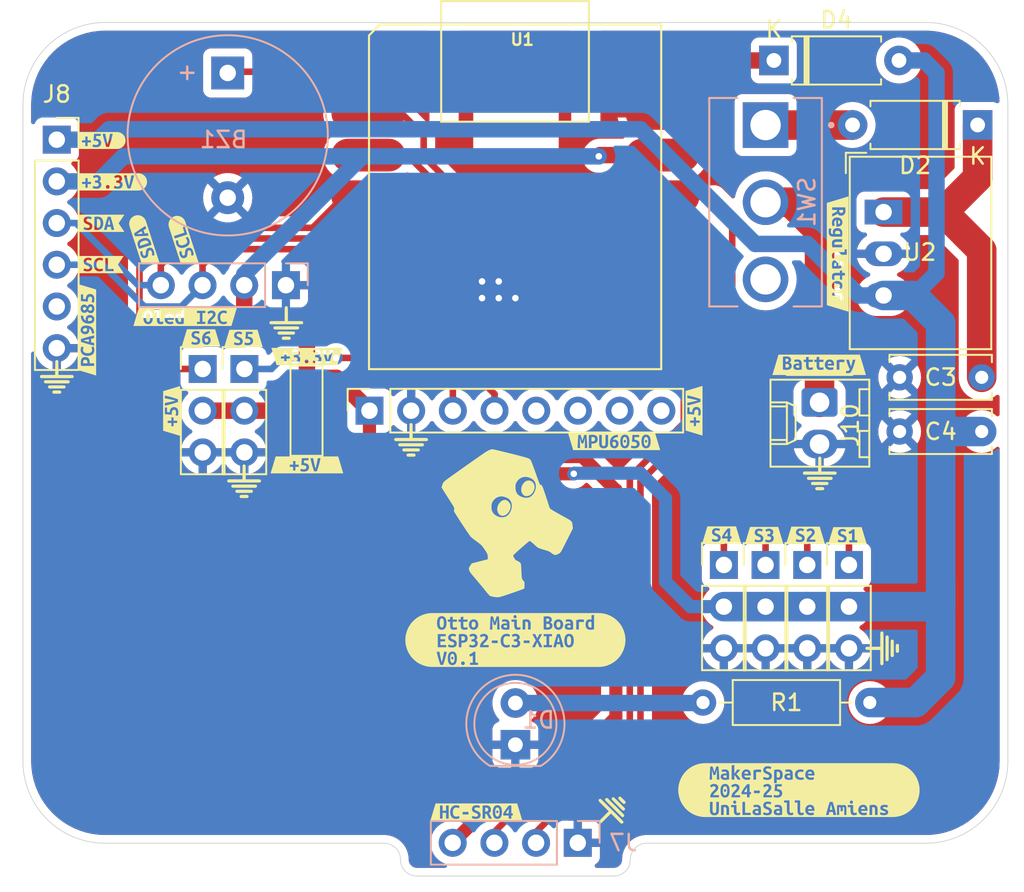
<source format=kicad_pcb>
(kicad_pcb (version 20240108) (generator "pcbnew") (generator_version "8.0")
  (layers (0 "F.Cu" signal "Front") (31 "B.Cu" signal "Back") (34 "B.Paste" user) (35 "F.Paste" user) (36 "B.SilkS" user "B.Silkscreen") (37 "F.SilkS" user "F.Silkscreen") (38 "B.Mask" user) (39 "F.Mask" user) (44 "Edge.Cuts" user))
  (net 0 "")
  (net 1 "GND")
  (net 2 "Net-(D1-A)")
  (net 3 "+5V")
  (net 4 "Buzzer")
  (net 5 "Servo-1")
  (net 6 "Servo-2")
  (net 7 "Servo-3")
  (net 8 "Servo-4")
  (net 9 "Servo-5")
  (net 11 "+3.3V")
  (net 12 "Echo")
  (net 13 "Trig")
  (net 14 "SCL")
  (net 15 "SDA")
  (net 17 "+BATT")
  (net 19 "Net-(J5-Pin_2)")
  (net 20 "Net-(J10-Pin_1)")
  (net 21 "Net-(D2-A)")
  (net 22 "Net-(D4-K)")
  (net 23 "EN-Driver")
  (footprint "Jumper:SolderJumper-3_P2.0mm_Open_TrianglePad1.0x1.5mm_NumberLabels" (layer "F.Cu") (at 117.3 73.65 90)
    (property "Reference" "JP1" (hide yes))
    (property "Value" "SolderJumper_3_Open")
    (pad "1" smd custom (at -2 0 90) (size 0.3 0.3) (layers "F.Cu" "F.Mask") (net 3 "+5V") (options (clearance outline) (anchor rect)) (primitives (gr_poly (pts (xy 1 0) (xy 0.5 0.75) (xy -0.5 0.75) (xy -0.5 -0.75) (xy 0.5 -0.75)) (width 0) (fill yes))))
    (pad "2" smd custom (at 0 0 90) (size 0.3 0.3) (layers "F.Cu") (net 19 "Net-(J5-Pin_2)") (options (clearance outline) (anchor rect)) (primitives (gr_poly (pts (xy 0.7 0) (xy 1.2 0.75) (xy -1.2 0.75) (xy -0.7 0) (xy -1.2 -0.75) (xy 1.2 -0.75)) (width 0) (fill yes))))
    (pad "3" smd custom (at 2 0 270) (size 0.3 0.3) (layers "F.Cu" "F.Mask") (net 11 "+3.3V") (options (clearance outline) (anchor rect)) (primitives (gr_poly (pts (xy 1 0) (xy 0.5 0.75) (xy -0.5 0.75) (xy -0.5 -0.75) (xy 0.5 -0.75)) (width 0) (fill yes))))
  )
  (footprint "kibuzzard-66E45A06" (layer "F.Cu") (at 117.3 70.348)
    (property "Reference" "kibuzzard-66E45A06" (hide yes))
    (property "Value" "G***" (hide yes))
  )
  (footprint "LOGO" (layer "F.Cu") (at 102.062553 71.597801)
    (property "Reference" "G***" (hide yes))
    (property "Value" "LOGO" (hide yes))
  )
  (footprint "LOGO" (layer "F.Cu") (at 152.352 88.128 90)
    (property "Reference" "G***" (hide yes))
    (property "Value" "LOGO" (hide yes))
  )
  (footprint "kibuzzard-66E45C9B" (layer "F.Cu") (at 109.726898 63.332584 108)
    (property "Reference" "kibuzzard-66E45C9B" (hide yes))
    (property "Value" "G***" (hide yes))
  )
  (footprint "kibuzzard-66E45B85" (layer "F.Cu") (at 113.434627 69.245399)
    (property "Reference" "kibuzzard-66E45B85" (hide yes))
    (property "Value" "G***" (hide yes))
  )
  (footprint "kibuzzard-66E45BBF" (layer "F.Cu") (at 105.44779 59.713663)
    (property "Reference" "kibuzzard-66E45BBF" (hide yes))
    (property "Value" "G***" (hide yes))
  )
  (footprint "Diode_THT:D_A-405_P7.62mm_Horizontal" (layer "F.Cu") (at 158.159374 56.243651 180)
    (property "Reference" "D2" (at 3.81 -2.47 360) (layer "F.SilkS"))
    (property "Value" "D_Small")
    (fp_text user "K" (at 0 -1.9 360) (layer "F.SilkS"))
    (pad "1" thru_hole rect (at 0 0 180) (size 1.8 1.8) (drill 0.9) (layers "*.Cu" "*.Mask") (net 17 "+BATT"))
    (pad "2" thru_hole oval (at 7.62 0 180) (size 1.8 1.8) (drill 0.9) (layers "*.Cu" "*.Mask") (net 21 "Net-(D2-A)"))
  )
  (footprint "Connector_PinHeader_2.54mm:PinHeader_1x03_P2.54mm_Vertical" (layer "F.Cu") (at 113.49 71.11)
    (property "Reference" "J5" (hide yes))
    (property "Value" "Conn_01x03")
    (pad "1" thru_hole rect (at 0 0) (size 1.7 1.7) (drill 1) (layers "*.Cu" "*.Mask") (net 9 "Servo-5"))
    (pad "2" thru_hole oval (at 0 2.54) (size 1.7 1.7) (drill 1) (layers "*.Cu" "*.Mask") (net 19 "Net-(J5-Pin_2)"))
    (pad "3" thru_hole oval (at 0 5.08) (size 1.7 1.7) (drill 1) (layers "*.Cu" "*.Mask") (net 1 "GND"))
  )
  (footprint "Connector_PinSocket_2.54mm:PinSocket_1x06_P2.54mm_Vertical" (layer "F.Cu") (at 102.06 57.14)
    (property "Reference" "J8" (at 0 -2.77 0) (layer "F.SilkS"))
    (property "Value" "PCA9685")
    (pad "1" thru_hole rect (at 0 0) (size 1.7 1.7) (drill 1) (layers "*.Cu" "*.Mask") (net 3 "+5V"))
    (pad "2" thru_hole oval (at 0 2.54) (size 1.7 1.7) (drill 1) (layers "*.Cu" "*.Mask") (net 11 "+3.3V"))
    (pad "3" thru_hole oval (at 0 5.08) (size 1.7 1.7) (drill 1) (layers "*.Cu" "*.Mask") (net 15 "SDA"))
    (pad "4" thru_hole oval (at 0 7.62) (size 1.7 1.7) (drill 1) (layers "*.Cu" "*.Mask") (net 14 "SCL"))
    (pad "5" thru_hole oval (at 0 10.16) (size 1.7 1.7) (drill 1) (layers "*.Cu" "*.Mask"))
    (pad "6" thru_hole oval (at 0 12.7) (size 1.7 1.7) (drill 1) (layers "*.Cu" "*.Mask") (net 1 "GND"))
  )
  (footprint "kibuzzard-66E45B4D" (layer "F.Cu") (at 147.675637 81.238656)
    (property "Reference" "kibuzzard-66E45B4D" (hide yes))
    (property "Value" "G***" (hide yes))
  )
  (footprint "kibuzzard-66E45B34" (layer "F.Cu") (at 142.566613 81.222984)
    (property "Reference" "kibuzzard-66E45B34" (hide yes))
    (property "Value" "G***" (hide yes))
  )
  (footprint "kibuzzard-66E45AAF" (layer "F.Cu") (at 148.505841 70.85662)
    (property "Reference" "kibuzzard-66E45AAF" (hide yes))
    (property "Value" "G***" (hide yes))
  )
  (footprint "kibuzzard-66E46157" (layer "F.Cu") (at 127.621966 98.101932)
    (property "Reference" "kibuzzard-66E46157" (hide yes))
    (property "Value" "G***" (hide yes))
  )
  (footprint "Diode_THT:D_A-405_P7.62mm_Horizontal" (layer "F.Cu") (at 145.748 52.314)
    (property "Reference" "D4" (at 3.81 -2.47 0) (layer "F.SilkS"))
    (property "Value" "D_Schottky")
    (fp_text user "K" (at 0 -1.9 0) (layer "F.SilkS"))
    (pad "1" thru_hole rect (at 0 0) (size 1.8 1.8) (drill 0.9) (layers "*.Cu" "*.Mask") (net 22 "Net-(D4-K)"))
    (pad "2" thru_hole oval (at 7.62 0) (size 1.8 1.8) (drill 0.9) (layers "*.Cu" "*.Mask") (net 3 "+5V"))
  )
  (footprint "Connector_PinHeader_2.54mm:PinHeader_1x03_P2.54mm_Vertical" (layer "F.Cu") (at 142.7 83.048)
    (property "Reference" "J4" (hide yes))
    (property "Value" "Conn_01x03")
    (pad "1" thru_hole rect (at 0 0) (size 1.7 1.7) (drill 1) (layers "*.Cu" "*.Mask") (net 8 "Servo-4"))
    (pad "2" thru_hole oval (at 0 2.54) (size 1.7 1.7) (drill 1) (layers "*.Cu" "*.Mask") (net 3 "+5V"))
    (pad "3" thru_hole oval (at 0 5.08) (size 1.7 1.7) (drill 1) (layers "*.Cu" "*.Mask") (net 1 "GND"))
  )
  (footprint "Capacitor_THT:C_Disc_D6.0mm_W2.5mm_P5.00mm" (layer "F.Cu") (at 158.408 71.618 180)
    (property "Reference" "C3" (at 2.5 0 360) (layer "F.SilkS"))
    (property "Value" "C_Small")
    (pad "1" thru_hole circle (at 0 0 180) (size 1.6 1.6) (drill 0.8) (layers "*.Cu" "*.Mask") (net 17 "+BATT"))
    (pad "2" thru_hole circle (at 5 0 180) (size 1.6 1.6) (drill 0.8) (layers "*.Cu" "*.Mask") (net 1 "GND"))
  )
  (footprint "kibuzzard-66E460BA" (layer "F.Cu") (at 103.931947 68.729117 90)
    (property "Reference" "kibuzzard-66E460BA" (hide yes))
    (property "Value" "G***" (hide yes))
  )
  (footprint "Resistor_THT:R_Axial_DIN0207_L6.3mm_D2.5mm_P10.16mm_Horizontal" (layer "F.Cu") (at 151.59 91.43 180)
    (property "Reference" "R1" (at 5.08 0 0) (layer "F.SilkS"))
    (property "Value" "R_Small")
    (pad "1" thru_hole circle (at 0 0 180) (size 1.6 1.6) (drill 0.8) (layers "*.Cu" "*.Mask") (net 3 "+5V"))
    (pad "2" thru_hole oval (at 10.16 0 180) (size 1.6 1.6) (drill 0.8) (layers "*.Cu" "*.Mask") (net 2 "Net-(D1-A)"))
  )
  (footprint "kibuzzard-66E45B47" (layer "F.Cu") (at 145.152469 81.254328)
    (property "Reference" "kibuzzard-66E45B47" (hide yes))
    (property "Value" "G***" (hide yes))
  )
  (footprint "Connector_PinHeader_2.54mm:PinHeader_1x03_P2.54mm_Vertical" (layer "F.Cu") (at 110.95 71.11)
    (property "Reference" "J6" (hide yes))
    (property "Value" "Conn_01x03")
    (pad "1" thru_hole rect (at 0 0) (size 1.7 1.7) (drill 1) (layers "*.Cu" "*.Mask") (net 23 "EN-Driver"))
    (pad "2" thru_hole oval (at 0 2.54) (size 1.7 1.7) (drill 1) (layers "*.Cu" "*.Mask") (net 19 "Net-(J5-Pin_2)"))
    (pad "3" thru_hole oval (at 0 5.08) (size 1.7 1.7) (drill 1) (layers "*.Cu" "*.Mask") (net 1 "GND"))
  )
  (footprint "Connector_Molex:Molex_KK-254_AE-6410-02A_1x02_P2.54mm_Vertical" (layer "F.Cu") (at 148.528966 73.142 -90)
    (property "Reference" "J10" (at 1.387 -1.877 90) (layer "F.SilkS"))
    (property "Value" "Conn_01x02")
    (pad "1" thru_hole roundrect (at 0 0 270) (size 1.74 2.19) (drill 1.19) (layers "*.Cu" "*.Mask") (roundrect_rratio 0.143678) (net 20 "Net-(J10-Pin_1)"))
    (pad "2" thru_hole oval (at 2.54 0 270) (size 1.74 2.19) (drill 1.19) (layers "*.Cu" "*.Mask") (net 1 "GND"))
  )
  (footprint "kibuzzard-66E45B15" (layer "F.Cu") (at 109.054754 73.666074 90)
    (property "Reference" "kibuzzard-66E45B15" (hide yes))
    (property "Value" "G***" (hide yes))
  )
  (footprint "Converter_DCDC:Converter_DCDC_RECOM_R-78E-0.5_THT" (layer "F.Cu") (at 152.4305 61.551 -90)
    (property "Reference" "U2" (at 2.447 -2.2075 180) (layer "F.SilkS"))
    (property "Value" "R-78E5.0-1.0")
    (pad "1" thru_hole rect (at 0 0 270) (size 1.5 2.3) (drill 1) (layers "*.Cu" "*.Mask") (net 17 "+BATT"))
    (pad "2" thru_hole oval (at 2.54 0 270) (size 1.5 2.3) (drill 1) (layers "*.Cu" "*.Mask") (net 1 "GND"))
    (pad "3" thru_hole oval (at 5.079999 0 270) (size 1.5 2.3) (drill 1) (layers "*.Cu" "*.Mask") (net 3 "+5V"))
  )
  (footprint "kibuzzard-66E45BE1" (layer "F.Cu") (at 104.79735 62.234395)
    (property "Reference" "kibuzzard-66E45BE1" (hide yes))
    (property "Value" "G***" (hide yes))
  )
  (footprint "LOGO" (layer "F.Cu") (at 148.542 77.479916)
    (property "Reference" "G***" (hide yes))
    (property "Value" "LOGO" (hide yes))
  )
  (footprint "Connector_PinHeader_2.54mm:PinHeader_1x03_P2.54mm_Vertical" (layer "F.Cu") (at 147.78 83.048)
    (property "Reference" "J2" (hide yes))
    (property "Value" "Conn_01x03")
    (pad "1" thru_hole rect (at 0 0) (size 1.7 1.7) (drill 1) (layers "*.Cu" "*.Mask") (net 6 "Servo-2"))
    (pad "2" thru_hole oval (at 0 2.54) (size 1.7 1.7) (drill 1) (layers "*.Cu" "*.Mask") (net 3 "+5V"))
    (pad "3" thru_hole oval (at 0 5.08) (size 1.7 1.7) (drill 1) (layers "*.Cu" "*.Mask") (net 1 "GND"))
  )
  (footprint "Connector_PinHeader_2.54mm:PinHeader_1x03_P2.54mm_Vertical" (layer "F.Cu") (at 145.24 83.048)
    (property "Reference" "J3" (hide yes))
    (property "Value" "Conn_01x03")
    (pad "1" thru_hole rect (at 0 0) (size 1.7 1.7) (drill 1) (layers "*.Cu" "*.Mask") (net 7 "Servo-3"))
    (pad "2" thru_hole oval (at 0 2.54) (size 1.7 1.7) (drill 1) (layers "*.Cu" "*.Mask") (net 3 "+5V"))
    (pad "3" thru_hole oval (at 0 5.08) (size 1.7 1.7) (drill 1) (layers "*.Cu" "*.Mask") (net 1 "GND"))
  )
  (footprint "LOGO" (layer "F.Cu") (at 116.041846 68.316)
    (property "Reference" "G***" (hide yes))
    (property "Value" "LOGO" (hide yes))
  )
  (footprint "LOGO" (layer "F.Cu") (at 129.492 80.508)
    (property "Reference" "G***" (hide yes))
    (property "Value" "LOGO" (hide yes))
  )
  (footprint "Connector_PinHeader_2.54mm:PinHeader_1x03_P2.54mm_Vertical" (layer "F.Cu") (at 150.32 83.048)
    (property "Reference" "J1" (hide yes))
    (property "Value" "Conn_01x03")
    (pad "1" thru_hole rect (at 0 0) (size 1.7 1.7) (drill 1) (layers "*.Cu" "*.Mask") (net 5 "Servo-1"))
    (pad "2" thru_hole oval (at 0 2.54) (size 1.7 1.7) (drill 1) (layers "*.Cu" "*.Mask") (net 3 "+5V"))
    (pad "3" thru_hole oval (at 0 5.08) (size 1.7 1.7) (drill 1) (layers "*.Cu" "*.Mask") (net 1 "GND"))
  )
  (footprint "LOGO" (layer "F.Cu") (at 123.643834 75.435378)
    (property "Reference" "G***" (hide yes))
    (property "Value" "LOGO" (hide yes))
  )
  (footprint "kibuzzard-66E45C62" (layer "F.Cu") (at 107.334328 63.311688 108)
    (property "Reference" "kibuzzard-66E45C62" (hide yes))
    (property "Value" "G***" (hide yes))
  )
  (footprint "xiao ESP32C3_PCB:MOUDLE14P-SMD-2.54-21X17.8MM" (layer "F.Cu") (at 121.0825 71.11925)
    (property "Reference" "U1" (at 9.3345 -20.07525 0) (layer "F.SilkS") (effects (font (size 0.7 0.7))))
    (property "Value" "MOUDLE-SEEEDUINO-XIAO-ESP32C3")
    (pad "1" smd roundrect (at 0.835 -18.12) (size 4.5 2) (drill (offset -0.875 0)) (layers "F.Cu" "F.Paste" "F.Mask") (roundrect_rratio 0.5) (net 4 "Buzzer"))
    (pad "2" smd roundrect (at 0.835 -15.58) (size 4.5 2) (drill (offset -0.875 0)) (layers "F.Cu" "F.Paste" "F.Mask") (roundrect_rratio 0.5) (net 12 "Echo"))
    (pad "3" smd roundrect (at 0.835 -13.04) (size 4.5 2) (drill (offset -0.875 0)) (layers "F.Cu" "F.Paste" "F.Mask") (roundrect_rratio 0.5) (net 13 "Trig"))
    (pad "4" smd roundrect (at 0.835 -10.5) (size 4.5 2) (drill (offset -0.875 0)) (layers "F.Cu" "F.Paste" "F.Mask") (roundrect_rratio 0.5) (net 23 "EN-Driver"))
    (pad "5" smd roundrect (at 0.835 -7.96) (size 4.5 2) (drill (offset -0.875 0)) (layers "F.Cu" "F.Paste" "F.Mask") (roundrect_rratio 0.5) (net 15 "SDA"))
    (pad "6" smd roundrect (at 0.835 -5.42) (size 4.5 2) (drill (offset -0.875 0)) (layers "F.Cu" "F.Paste" "F.Mask") (roundrect_rratio 0.5) (net 14 "SCL"))
    (pad "7" smd roundrect (at 0.835 -2.88) (size 4.5 2) (drill (offset -0.875 0)) (layers "F.Cu" "F.Paste" "F.Mask") (roundrect_rratio 0.5) (net 9 "Servo-5"))
    (pad "8" smd roundrect (at 17 -2.88) (size 4.5 2) (drill (offset 0.875 0)) (layers "F.Cu" "F.Paste" "F.Mask") (roundrect_rratio 0.5) (net 8 "Servo-4"))
    (pad "9" smd roundrect (at 17 -5.42) (size 4.5 2) (drill (offset 0.875 0)) (layers "F.Cu" "F.Paste" "F.Mask") (roundrect_rratio 0.5) (net 7 "Servo-3"))
    (pad "10" smd roundrect (at 17 -7.96) (size 4.5 2) (drill (offset 0.875 0)) (layers "F.Cu" "F.Paste" "F.Mask") (roundrect_rratio 0.5) (net 6 "Servo-2"))
    (pad "11" smd roundrect (at 17 -10.5) (size 4.5 2) (drill (offset 0.875 0)) (layers "F.Cu" "F.Paste" "F.Mask") (roundrect_rratio 0.5) (net 5 "Servo-1"))
    (pad "12" smd roundrect (at 17 -13.04) (size 4.5 2) (drill (offset 0.875 0)) (layers "F.Cu" "F.Paste" "F.Mask") (roundrect_rratio 0.5) (net 11 "+3.3V"))
    (pad "13" smd roundrect (at 17 -15.58) (size 4.5 2) (drill (offset 0.875 0)) (layers "F.Cu" "F.Paste" "F.Mask") (roundrect_rratio 0.5) (net 1 "GND"))
    (pad "14" smd roundrect (at 17 -18.12) (size 4.5 2) (drill (offset 0.875 0)) (layers "F.Cu" "F.Paste" "F.Mask") (roundrect_rratio 0.5) (net 22 "Net-(D4-K)"))
    (zone (net 0) (net_name "") (layer "F.Cu") (connect_pads (clearance 0)) (min_thickness 0.01)
      (keepout (tracks not_allowed) (vias not_allowed) (pads not_allowed) (copperpour not_allowed) (footprints allowed))
      (fill (thermal_gap 0.508) (thermal_bridge_width 0.508))
      (polygon (pts (xy 124.7655 50.03725) (xy 126.5435 50.03725) (xy 126.5435 52.70425) (xy 124.7655 52.70425)))
    )
    (zone (net 0) (net_name "") (layer "F.Cu") (connect_pads (clearance 0)) (min_thickness 0.01)
      (keepout (tracks not_allowed) (vias not_allowed) (pads not_allowed) (copperpour not_allowed) (footprints allowed))
      (fill (thermal_gap 0.508) (thermal_bridge_width 0.508))
      (polygon (pts (xy 124.7655 54.10125) (xy 126.5435 54.10125) (xy 126.5435 56.76825) (xy 124.7655 56.76825)))
    )
    (zone (net 0) (net_name "") (layer "F.Cu") (connect_pads (clearance 0)) (min_thickness 0.01)
      (keepout (tracks not_allowed) (vias not_allowed) (pads not_allowed) (copperpour not_allowed) (footprints allowed))
      (fill (thermal_gap 0.508) (thermal_bridge_width 0.508))
      (polygon (pts (xy 127.4325 50.79925) (xy 132.6395 50.79925) (xy 132.6395 57.78425) (xy 127.4325 57.78425)))
    )
    (zone (net 0) (net_name "") (layer "F.Cu") (connect_pads (clearance 0)) (min_thickness 0.01)
      (keepout (tracks not_allowed) (vias not_allowed) (pads not_allowed) (copperpour not_allowed) (footprints allowed))
      (fill (thermal_gap 0.508) (thermal_bridge_width 0.508))
      (polygon (pts (xy 133.4015 50.03725) (xy 135.1795 50.03725) (xy 135.1795 52.70425) (xy 133.4015 52.70425)))
    )
    (zone (net 0) (net_name "") (layer "F.Cu") (connect_pads (clearance 0)) (min_thickness 0.01)
      (keepout (tracks not_allowed) (vias not_allowed) (pads not_allowed) (copperpour not_allowed) (footprints allowed))
      (fill (thermal_gap 0.508) (thermal_bridge_width 0.508))
      (polygon (pts (xy 133.4015 54.10125) (xy 135.1795 54.10125) (xy 135.1795 56.76825) (xy 133.4015 56.76825)))
    )
  )
  (footprint "kibuzzard-66E45BF0" (layer "F.Cu") (at 104.776454 64.748856)
    (property "Reference" "kibuzzard-66E45BF0" (hide yes))
    (property "Value" "G***" (hide yes))
  )
  (footprint "kibuzzard-66E460A4" (layer "F.Cu") (at 109.883338 67.926462)
    (property "Reference" "kibuzzard-66E460A4" (hide yes))
    (property "Value" "G***" (hide yes))
  )
  (footprint "kibuzzard-66E45BAB" (layer "F.Cu") (at 104.789572 57.190494)
    (property "Reference" "kibuzzard-66E45BAB" (hide yes))
    (property "Value" "G***" (hide yes))
  )
  (footprint "kibuzzard-6707CF99" (layer "F.Cu") (at 130 87.62)
    (property "Reference" "kibuzzard-6707CF99" (hide yes))
    (property "Value" "G***" (hide yes))
  )
  (footprint "kibuzzard-66E45A30" (layer "F.Cu") (at 117.3 76.952)
    (property "Reference" "kibuzzard-66E45A30" (hide yes))
    (property "Value" "G***" (hide yes))
  )
  (footprint "LOGO" (layer "F.Cu") (at 135.842 98.034 135)
    (property "Reference" "G***" (hide yes))
    (property "Value" "LOGO" (hide yes))
  )
  (footprint "kibuzzard-66E45B8A" (layer "F.Cu") (at 110.848771 69.214055)
    (property "Reference" "kibuzzard-66E45B8A" (hide yes))
    (property "Value" "G***" (hide yes))
  )
  (footprint "kibuzzard-66E460D9" (layer "F.Cu") (at 136.013689 75.525884)
    (property "Reference" "kibuzzard-66E460D9" (hide yes))
    (property "Value" "G***" (hide yes))
  )
  (footprint "Connector_PinSocket_2.54mm:PinSocket_1x08_P2.54mm_Vertical" (layer "F.Cu") (at 121.109999 73.65 90)
    (property "Reference" "J13" (hide yes))
    (property "Value" "MPU6050")
    (pad "1" thru_hole rect (at 0 0 90) (size 1.7 1.7) (drill 1) (layers "*.Cu" "*.Mask") (net 11 "+3.3V"))
    (pad "2" thru_hole oval (at 0 2.54 90) (size 1.7 1.7) (drill 1) (layers "*.Cu" "*.Mask") (net 1 "GND"))
    (pad "3" thru_hole oval (at 0 5.079999 90) (size 1.7 1.7) (drill 1) (layers "*.Cu" "*.Mask") (net 14 "SCL"))
    (pad "4" thru_hole oval (at 0 7.62 90) (size 1.7 1.7) (drill 1) (layers "*.Cu" "*.Mask") (net 15 "SDA"))
    (pad "5" thru_hole oval (at 0 10.16 90) (size 1.7 1.7) (drill 1) (layers "*.Cu" "*.Mask"))
    (pad "6" thru_hole oval (at 0 12.7 90) (size 1.7 1.7) (drill 1) (layers "*.Cu" "*.Mask"))
    (pad "7" thru_hole oval (at 0 15.24 90) (size 1.7 1.7) (drill 1) (layers "*.Cu" "*.Mask"))
    (pad "8" thru_hole oval (at 0 17.780001 90) (size 1.7 1.7) (drill 1) (layers "*.Cu" "*.Mask"))
  )
  (footprint "kibuzzard-6707CFA2" (layer "F.Cu") (at 147.272 96.764)
    (property "Reference" "kibuzzard-6707CFA2" (hide yes))
    (property "Value" "G***" (hide yes))
  )
  (footprint "kibuzzard-66E45B51" (layer "F.Cu") (at 150.23015 81.27)
    (property "Reference" "kibuzzard-66E45B51" (hide yes))
    (property "Value" "G***" (hide yes))
  )
  (footprint "kibuzzard-6707C6B3" (layer "F.Cu") (at 149.633381 64.107135 -90)
    (property "Reference" "kibuzzard-6707C6B3" (hide yes))
    (property "Value" "G***" (hide yes))
  )
  (footprint "kibuzzard-66E45B15" (layer "F.Cu") (at 140.883224 73.65325 90)
    (property "Reference" "kibuzzard-66E45B15" (hide yes))
    (property "Value" "G***" (hide yes))
  )
  (footprint "LOGO" (layer "F.Cu") (at 113.473382 77.95649)
    (property "Reference" "G***" (hide yes))
    (property "Value" "LOGO" (hide yes))
  )
  (footprint "Capacitor_THT:C_Disc_D6.0mm_W2.5mm_P5.00mm" (layer "F.Cu") (at 158.408 74.92 180)
    (property "Reference" "C4" (at 2.5 0 360) (layer "F.SilkS"))
    (property "Value" "C_Small")
    (pad "1" thru_hole circle (at 0 0 180) (size 1.6 1.6) (drill 0.8) (layers "*.Cu" "*.Mask") (net 3 "+5V"))
    (pad "2" thru_hole circle (at 5 0 180) (size 1.6 1.6) (drill 0.8) (layers "*.Cu" "*.Mask") (net 1 "GND"))
  )
  (footprint "LED_THT:LED_D5.0mm" (layer "B.Cu") (at 130 94 90)
    (property "Reference" "D1" (at 1.501993 1.41302 180) (layer "B.SilkS") (effects (justify mirror)))
    (property "Value" "LED_Small")
    (pad "1" thru_hole rect (at 0 0 90) (size 1.8 1.8) (drill 0.9) (layers "*.Cu" "*.Mask") (net 1 "GND"))
    (pad "2" thru_hole circle (at 2.54 0 90) (size 1.8 1.8) (drill 0.9) (layers "*.Cu" "*.Mask") (net 2 "Net-(D1-A)"))
  )
  (footprint "Connector_PinSocket_2.54mm:PinSocket_1x04_P2.54mm_Vertical" (layer "B.Cu") (at 116.02 66.005 90)
    (property "Reference" "J12" (hide yes))
    (property "Value" "OLED 0,91\" - I2C (SKU21796)")
    (pad "1" thru_hole rect (at 0 0 90) (size 1.7 1.7) (drill 1) (layers "*.Cu" "*.Mask") (net 1 "GND"))
    (pad "2" thru_hole oval (at 0 -2.54 90) (size 1.7 1.7) (drill 1) (layers "*.Cu" "*.Mask") (net 11 "+3.3V"))
    (pad "3" thru_hole oval (at 0 -5.079999 90) (size 1.7 1.7) (drill 1) (layers "*.Cu" "*.Mask") (net 14 "SCL"))
    (pad "4" thru_hole oval (at 0 -7.62 90) (size 1.7 1.7) (drill 1) (layers "*.Cu" "*.Mask") (net 15 "SDA"))
  )
  (footprint "Connector_PinSocket_2.54mm:PinSocket_1x04_P2.54mm_Vertical" (layer "B.Cu") (at 133.8 99.975 90)
    (property "Reference" "J7" (at 0 2.77 180) (layer "B.SilkS") (effects (justify mirror)))
    (property "Value" "Conn_01x04")
    (pad "1" thru_hole rect (at 0 0 90) (size 1.7 1.7) (drill 1) (layers "*.Cu" "*.Mask") (net 1 "GND"))
    (pad "2" thru_hole oval (at 0 -2.54 90) (size 1.7 1.7) (drill 1) (layers "*.Cu" "*.Mask") (net 12 "Echo"))
    (pad "3" thru_hole oval (at 0 -5.08 90) (size 1.7 1.7) (drill 1) (layers "*.Cu" "*.Mask") (net 13 "Trig"))
    (pad "4" thru_hole oval (at 0 -7.62 90) (size 1.7 1.7) (drill 1) (layers "*.Cu" "*.Mask") (net 11 "+3.3V"))
  )
  (footprint "100SP1T1B4M2QE:SW_100SP1T1B4M2QE" (layer "B.Cu") (at 145.24 60.95 180)
    (property "Reference" "SW1" (at -2.520497 0.013582 -90) (layer "B.SilkS") (effects (justify mirror)))
    (property "Value" "SW_SPDT")
    (pad "1" thru_hole rect (at 0 4.7 180) (size 2.775 2.775) (drill 1.85) (layers "*.Cu" "*.Mask") (net 21 "Net-(D2-A)"))
    (pad "2" thru_hole circle (at 0 0 180) (size 2.775 2.775) (drill 1.85) (layers "*.Cu" "*.Mask") (net 20 "Net-(J10-Pin_1)"))
    (pad "3" thru_hole circle (at 0 -4.7 180) (size 2.775 2.775) (drill 1.85) (layers "*.Cu" "*.Mask"))
  )
  (footprint "Buzzer_Beeper:Buzzer_12x9.5RM7.6" (layer "B.Cu") (at 112.474 53.076 -90)
    (property "Reference" "BZ1" (at 4.064 0.254 180) (layer "B.SilkS") (effects (justify mirror)))
    (property "Value" "Buzzer")
    (fp_text user "+" (at -0.01 2.54 90) (layer "B.SilkS") (effects (justify mirror)))
    (pad "1" thru_hole rect (at 0 0 270) (size 2 2) (drill 1) (layers "*.Cu" "*.Mask") (net 4 "Buzzer"))
    (pad "2" thru_hole circle (at 7.6 0 270) (size 2 2) (drill 1) (layers "*.Cu" "*.Mask") (net 1 "GND"))
  )
  (gr_line (start 124 102) (end 136 102) (stroke (width 0.05)) (layer "Edge.Cuts"))
  (gr_line (start 100 95) (end 100 55) (stroke (width 0.05)) (layer "Edge.Cuts"))
  (gr_arc (start 124 102) (mid 123.292893 101.707107) (end 123 101) (stroke (width 0.05)) (layer "Edge.Cuts"))
  (gr_line (start 122 100) (end 105 100) (stroke (width 0.05)) (layer "Edge.Cuts"))
  (gr_arc (start 155 50) (mid 158.535534 51.464466) (end 160 55) (stroke (width 0.05)) (layer "Edge.Cuts"))
  (gr_arc (start 100 55) (mid 101.464466 51.464466) (end 105 50) (stroke (width 0.05)) (layer "Edge.Cuts"))
  (gr_line (start 160 55) (end 160 95) (stroke (width 0.05)) (layer "Edge.Cuts"))
  (gr_line (start 105 50) (end 155 50) (stroke (width 0.05)) (layer "Edge.Cuts"))
  (gr_arc (start 137 101) (mid 137.292893 100.292893) (end 138 100) (stroke (width 0.05)) (layer "Edge.Cuts"))
  (gr_arc (start 137 101) (mid 136.707107 101.707107) (end 136 102) (stroke (width 0.05)) (layer "Edge.Cuts"))
  (gr_arc (start 160 95) (mid 158.535534 98.535534) (end 155 100) (stroke (width 0.05)) (layer "Edge.Cuts"))
  (gr_arc (start 105 100) (mid 101.464466 98.535534) (end 100 95) (stroke (width 0.05)) (layer "Edge.Cuts"))
  (gr_arc (start 122 100) (mid 122.707107 100.292893) (end 123 101) (stroke (width 0.05)) (layer "Edge.Cuts"))
  (gr_line (start 138 100) (end 155 100) (stroke (width 0.05)) (layer "Edge.Cuts"))
  (via (at 128.984 66.792) (size 0.8) (drill 0.4) (layers "F.Cu" "B.Cu") (net 1))
  (via (at 128.984 65.776) (size 0.8) (drill 0.4) (layers "F.Cu" "B.Cu") (net 1))
  (via (at 127.968 66.792) (size 0.8) (drill 0.4) (layers "F.Cu" "B.Cu") (net 1))
  (via (at 130 66.792) (size 0.8) (drill 0.4) (layers "F.Cu" "B.Cu") (net 1))
  (via (at 127.968 65.776) (size 0.8) (drill 0.4) (layers "F.Cu" "B.Cu") (net 1))
  (segment (start 141.4 91.46) (end 141.43 91.43) (width 1) (layer "B.Cu") (net 2))
  (segment (start 130 91.46) (end 141.4 91.46) (width 1) (layer "B.Cu") (net 2))
  (segment (start 121.945076 77.494) (end 120.101076 75.65) (width 0.8) (layer "F.Cu") (net 3))
  (segment (start 120.101076 75.65) (end 117.3 75.65) (width 0.8) (layer "F.Cu") (net 3))
  (segment (start 133.556 77.494) (end 121.945076 77.494) (width 0.8) (layer "F.Cu") (net 3))
  (via (at 133.556 77.494) (size 0.8) (drill 0.4) (layers "F.Cu" "B.Cu") (net 3))
  (segment (start 145.24 85.588) (end 147.78 85.588) (width 1.8) (layer "B.Cu") (net 3))
  (segment (start 139.144 84.064) (end 140.668 85.588) (width 0.8) (layer "B.Cu") (net 3))
  (segment (start 155.908 85.588) (end 150.32 85.588) (width 1.8) (layer "B.Cu") (net 3))
  (segment (start 155.908 72.126) (end 155.908 68.316) (width 1.8) (layer "B.Cu") (net 3))
  (segment (start 137.62 56.505) (end 144.604999 63.489999) (width 1) (layer "B.Cu") (net 3))
  (segment (start 104.6 57.14) (end 105.235 56.505) (width 1) (layer "B.Cu") (net 3))
  (segment (start 147.78 85.588) (end 150.32 85.588) (width 1.8) (layer "B.Cu") (net 3))
  (segment (start 158.408 74.92) (end 155.908 74.92) (width 1.8) (layer "B.Cu") (net 3))
  (segment (start 139.144 78.984) (end 139.144 84.064) (width 0.8) (layer "B.Cu") (net 3))
  (segment (start 152.4305 66.630999) (end 154.291001 66.630999) (width 1) (layer "B.Cu") (net 3))
  (segment (start 144.604999 63.489999) (end 147.779999 63.489999) (width 1) (layer "B.Cu") (net 3))
  (segment (start 155.908 84.064) (end 155.908 85.588) (width 1.8) (layer "B.Cu") (net 3))
  (segment (start 102.06 57.14) (end 104.6 57.14) (width 1) (layer "B.Cu") (net 3))
  (segment (start 154.291001 66.630999) (end 155.654 65.268) (width 1) (layer "B.Cu") (net 3))
  (segment (start 155.654 53.076) (end 154.892 52.314) (width 1) (layer "B.Cu") (net 3))
  (segment (start 140.668 85.588) (end 142.7 85.588) (width 0.8) (layer "B.Cu") (net 3))
  (segment (start 155.908 89.906) (end 155.908 84.064) (width 1.8) (layer "B.Cu") (net 3))
  (segment (start 154.892 52.314) (end 153.368 52.314) (width 1) (layer "B.Cu") (net 3))
  (segment (start 150.920999 66.630999) (end 152.4305 66.630999) (width 1) (layer "B.Cu") (net 3))
  (segment (start 137.62 77.46) (end 139.144 78.984) (width 0.8) (layer "B.Cu") (net 3))
  (segment (start 147.779999 63.489999) (end 150.920999 66.630999) (width 1) (layer "B.Cu") (net 3))
  (segment (start 155.908 74.158) (end 155.908 72.126) (width 1.8) (layer "B.Cu") (net 3))
  (segment (start 105.235 56.505) (end 137.62 56.505) (width 1) (layer "B.Cu") (net 3))
  (segment (start 154.384 91.43) (end 155.908 89.906) (width 1.8) (layer "B.Cu") (net 3))
  (segment (start 151.59 91.43) (end 154.384 91.43) (width 1.8) (layer "B.Cu") (net 3))
  (segment (start 133.556 77.494) (end 133.59 77.46) (width 0.8) (layer "B.Cu") (net 3))
  (segment (start 142.7 85.588) (end 145.24 85.588) (width 1.8) (layer "B.Cu") (net 3))
  (segment (start 155.908 74.158) (end 155.908 84.064) (width 1.8) (layer "B.Cu") (net 3))
  (segment (start 155.908 68.316) (end 154.222999 66.630999) (width 1.8) (layer "B.Cu") (net 3))
  (segment (start 154.222999 66.630999) (end 152.4305 66.630999) (width 1.8) (layer "B.Cu") (net 3))
  (segment (start 155.908 74.92) (end 155.908 74.158) (width 1.8) (layer "B.Cu") (net 3))
  (segment (start 133.59 77.46) (end 137.62 77.46) (width 0.8) (layer "B.Cu") (net 3))
  (segment (start 155.654 65.268) (end 155.654 53.076) (width 1) (layer "B.Cu") (net 3))
  (segment (start 112.55075 52.99925) (end 112.474 53.076) (width 0.4) (layer "F.Cu") (net 4))
  (segment (start 121.9175 52.99925) (end 112.55075 52.99925) (width 0.4) (layer "F.Cu") (net 4))
  (segment (start 144.65 77.220762) (end 145.905238 78.476) (width 0.4) (layer "F.Cu") (net 5))
  (segment (start 142.11525 60.61925) (end 143.208 61.712) (width 0.4) (layer "F.Cu") (net 5))
  (segment (start 145.905238 78.476) (end 149.05 78.476) (width 0.4) (layer "F.Cu") (net 5))
  (segment (start 150.32 79.746) (end 150.32 83.048) (width 0.4) (layer "F.Cu") (net 5))
  (segment (start 149.05 78.476) (end 150.32 79.746) (width 0.4) (layer "F.Cu") (net 5))
  (segment (start 144.65 70.048286) (end 144.65 77.220762) (width 0.4) (layer "F.Cu") (net 5))
  (segment (start 138.0825 60.61925) (end 138.0825 60.878986) (width 0.2) (layer "F.Cu") (net 5))
  (segment (start 143.208 68.606286) (end 144.65 70.048286) (width 0.4) (layer "F.Cu") (net 5))
  (segment (start 143.208 61.712) (end 143.208 68.606286) (width 0.4) (layer "F.Cu") (net 5))
  (segment (start 138.0825 60.61925) (end 142.11525 60.61925) (width 0.4) (layer "F.Cu") (net 5))
  (segment (start 144 77.490001) (end 144 70.317524) (width 0.4) (layer "F.Cu") (net 6))
  (segment (start 146.906 79.126) (end 145.635999 79.126) (width 0.4) (layer "F.Cu") (net 6))
  (segment (start 147.78 83.048) (end 147.78 80) (width 0.4) (layer "F.Cu") (net 6))
  (segment (start 147.78 80) (end 146.906 79.126) (width 0.4) (layer "F.Cu") (net 6))
  (segment (start 145.635999 79.126) (end 144 77.490001) (width 0.4) (layer "F.Cu") (net 6))
  (segment (start 141.437083 63.15925) (end 138.0825 63.15925) (width 0.4) (layer "F.Cu") (net 6))
  (segment (start 142.554023 68.871547) (end 142.554023 64.27619) (width 0.4) (layer "F.Cu") (net 6))
  (segment (start 142.554023 64.27619) (end 141.437083 63.15925) (width 0.4) (layer "F.Cu") (net 6))
  (segment (start 144 70.317524) (end 142.554023 68.871547) (width 0.4) (layer "F.Cu") (net 6))
  (segment (start 143.35 77.856) (end 145.24 79.746) (width 0.4) (layer "F.Cu") (net 7))
  (segment (start 141.27943 65.69925) (end 141.904023 66.323843) (width 0.4) (layer "F.Cu") (net 7))
  (segment (start 145.24 79.746) (end 145.24 83.048) (width 0.4) (layer "F.Cu") (net 7))
  (segment (start 143.35 70.586762) (end 143.35 77.856) (width 0.4) (layer "F.Cu") (net 7))
  (segment (start 138.0825 65.69925) (end 141.27943 65.69925) (width 0.4) (layer "F.Cu") (net 7))
  (segment (start 141.904023 69.140785) (end 143.35 70.586762) (width 0.4) (layer "F.Cu") (net 7))
  (segment (start 141.904023 66.323843) (end 141.904023 69.140785) (width 0.4) (layer "F.Cu") (net 7))
  (segment (start 138.0825 68.23925) (end 140.08325 68.23925) (width 0.4) (layer "F.Cu") (net 8))
  (segment (start 142.7 70.856) (end 142.7 83.048) (width 0.4) (layer "F.Cu") (net 8))
  (segment (start 140.08325 68.23925) (end 142.7 70.856) (width 0.4) (layer "F.Cu") (net 8))
  (segment (start 121.2305 70.436) (end 121.9175 69.749) (width 0.4) (layer "F.Cu") (net 9))
  (segment (start 119.078 70.436) (end 121.2305 70.436) (width 0.4) (layer "F.Cu") (net 9))
  (segment (start 121.9175 69.749) (end 121.9175 68.23925) (width 0.4) (layer "F.Cu") (net 9))
  (via (at 119.078 70.436) (size 0.8) (drill 0.4) (layers "F.Cu" "B.Cu") (net 9))
  (segment (start 119.078 70.436) (end 115.815 70.436) (width 0.4) (layer "B.Cu") (net 9))
  (segment (start 115.815 70.436) (end 115.141 71.11) (width 0.4) (layer "B.Cu") (net 9))
  (segment (start 115.141 71.11) (end 113.49 71.11) (width 0.4) (layer "B.Cu") (net 9))
  (segment (start 121.109999 73.65) (end 119.109999 71.65) (width 1) (layer "F.Cu") (net 11))
  (segment (start 131.18068 97.272) (end 136.12 92.33268) (width 0.8) (layer "F.Cu") (net 11))
  (segment (start 134.064 76.444) (end 122.38 76.444) (width 0.8) (layer "F.Cu") (net 11))
  (segment (start 121.109999 75.173999) (end 121.109999 73.65) (width 0.8) (layer "F.Cu") (net 11))
  (segment (start 113.48 67.544) (end 113.48 66.005) (width 1) (layer "F.Cu") (net 11))
  (segment (start 135.08 58.156) (end 135.15675 58.07925) (width 1) (layer "F.Cu") (net 11))
  (segment (start 116.538 68.062) (end 113.998 68.062) (width 1) (layer "F.Cu") (net 11))
  (segment (start 113.998 68.062) (end 113.48 67.544) (width 1) (layer "F.Cu") (net 11))
  (segment (start 135.15675 58.07925) (end 138.0825 58.07925) (width 1) (layer "F.Cu") (net 11))
  (segment (start 136.096 78.476) (end 134.064 76.444) (width 0.8) (layer "F.Cu") (net 11))
  (segment (start 128.883 97.272) (end 131.18068 97.272) (width 0.8) (layer "F.Cu") (net 11))
  (segment (start 126.18 99.975) (end 128.883 97.272) (width 0.8) (layer "F.Cu") (net 11))
  (segment (start 136.12 78.476) (end 136.096 78.476) (width 0.8) (layer "F.Cu") (net 11))
  (segment (start 117.3 68.824) (end 116.538 68.062) (width 1) (layer "F.Cu") (net 11))
  (segment (start 136.12 92.33268) (end 136.12 78.476) (width 0.8) (layer "F.Cu") (net 11))
  (segment (start 119.109999 71.65) (end 117.3 71.65) (width 1) (layer "F.Cu") (net 11))
  (segment (start 117.3 71.65) (end 117.3 68.824) (width 1) (layer "F.Cu") (net 11))
  (segment (start 122.38 76.444) (end 121.109999 75.173999) (width 0.8) (layer "F.Cu") (net 11))
  (via (at 135.08 58.156) (size 0.8) (drill 0.4) (layers "F.Cu" "B.Cu") (net 11))
  (segment (start 135.08 58.156) (end 120.669 58.156) (width 1) (layer "B.Cu") (net 11))
  (segment (start 113.48 65.345) (end 113.48 66.005) (width 1) (layer "B.Cu") (net 11))
  (segment (start 104.6 59.68) (end 106.124 58.156) (width 1) (layer "B.Cu") (net 11))
  (segment (start 106.124 58.156) (end 120.669 58.156) (width 1) (layer "B.Cu") (net 11))
  (segment (start 119.7465 59.0785) (end 113.48 65.345) (width 1) (layer "B.Cu") (net 11))
  (segment (start 120.669 58.156) (end 119.7465 59.0785) (width 1) (layer "B.Cu") (net 11))
  (segment (start 102.06 59.68) (end 104.6 59.68) (width 1) (layer "B.Cu") (net 11))
  (segment (start 113.48 66.02) (end 113.48 66.005) (width 0.2) (layer "B.Cu") (net 11))
  (segment (start 123.06525 55.53925) (end 121.9175 55.53925) (width 0.4) (layer "F.Cu") (net 12))
  (segment (start 137.62 92.954) (end 137.62 77.968) (width 0.4) (layer "F.Cu") (net 12))
  (segment (start 131.26 99.975) (end 131.26 99.314) (width 0.4) (layer "F.Cu") (net 12))
  (segment (start 139.652 69.84) (end 136.096 69.84) (width 0.4) (layer "F.Cu") (net 12))
  (segment (start 124.412 58.156) (end 124.412 56.886) (width 0.4) (layer "F.Cu") (net 12))
  (segment (start 136.096 69.84) (end 124.412 58.156) (width 0.4) (layer "F.Cu") (net 12))
  (segment (start 137.62 77.968) (end 140.922 74.666) (width 0.4) (layer "F.Cu") (net 12))
  (segment (start 131.26 99.314) (end 137.62 92.954) (width 0.4) (layer "F.Cu") (net 12))
  (segment (start 140.922 71.11) (end 139.652 69.84) (width 0.4) (layer "F.Cu") (net 12))
  (segment (start 140.922 74.666) (end 140.922 71.11) (width 0.4) (layer "F.Cu") (net 12))
  (segment (start 124.412 56.886) (end 123.06525 55.53925) (width 0.4) (layer "F.Cu") (net 12))
  (segment (start 123.416012 58.07925) (end 135.826762 70.49) (width 0.4) (layer "F.Cu") (net 13))
  (segment (start 135.826762 70.49) (end 139.382762 70.49) (width 0.4) (layer "F.Cu") (net 13))
  (segment (start 140.256762 71.364) (end 140.256762 74.412) (width 0.4) (layer "F.Cu") (net 13))
  (segment (start 140.256762 74.412) (end 137.350761 77.318) (width 0.4) (layer "F.Cu") (net 13))
  (segment (start 136.97 92.684762) (end 131.366762 98.288) (width 0.4) (layer "F.Cu") (net 13))
  (segment (start 121.9175 58.07925) (end 123.416012 58.07925) (width 0.4) (layer "F.Cu") (net 13))
  (segment (start 137.350761 77.318) (end 136.97 77.698761) (width 0.4) (layer "F.Cu") (net 13))
  (segment (start 139.382762 70.49) (end 140.256762 71.364) (width 0.4) (layer "F.Cu") (net 13))
  (segment (start 129.746 98.288) (end 128.72 99.314) (width 0.4) (layer "F.Cu") (net 13))
  (segment (start 128.72 99.314) (end 128.72 99.975) (width 0.4) (layer "F.Cu") (net 13))
  (segment (start 131.366762 98.288) (end 129.746 98.288) (width 0.4) (layer "F.Cu") (net 13))
  (segment (start 136.97 77.698761) (end 136.97 92.684762) (width 0.4) (layer "F.Cu") (net 13))
  (segment (start 121.9175 65.69925) (end 119.50925 65.69925) (width 0.4) (layer "F.Cu") (net 14))
  (segment (start 125.09725 65.69925) (end 126.189998 66.791998) (width 0.4) (layer "F.Cu") (net 14))
  (segment (start 119.50925 65.69925) (end 117.61925 63.80925) (width 0.4) (layer "F.Cu") (net 14))
  (segment (start 121.9175 65.69925) (end 125.09725 65.69925) (width 0.4) (layer "F.Cu") (net 14))
  (segment (start 117.61925 63.80925) (end 111.90075 63.80925) (width 0.4) (layer "F.Cu") (net 14))
  (segment (start 126.189998 66.791998) (end 126.189998 73.65) (width 0.4) (layer "F.Cu") (net 14))
  (segment (start 110.940001 64.769999) (end 110.940001 66.005) (width 0.4) (layer "F.Cu") (net 14))
  (segment (start 111.90075 63.80925) (end 110.940001 64.769999) (width 0.4) (layer "F.Cu") (net 14))
  (segment (start 104.854 64.76) (end 107.399 67.305) (width 0.4) (layer "B.Cu") (net 14))
  (segment (start 109.640001 67.305) (end 110.940001 66.005) (width 0.4) (layer "B.Cu") (net 14))
  (segment (start 107.399 67.305) (end 109.640001 67.305) (width 0.4) (layer "B.Cu") (net 14))
  (segment (start 102.06 64.76) (end 104.854 64.76) (width 0.4) (layer "B.Cu") (net 14))
  (segment (start 121.9175 63.15925) (end 110.01075 63.15925) (width 0.4) (layer "F.Cu") (net 15))
  (segment (start 126.839998 70.743998) (end 128.729999 72.633999) (width 0.4) (layer "F.Cu") (net 15))
  (segment (start 126.839998 66.425998) (end 126.839998 70.743998) (width 0.4) (layer "F.Cu") (net 15))
  (segment (start 121.9175 63.15925) (end 123.57325 63.15925) (width 0.4) (layer "F.Cu") (net 15))
  (segment (start 128.729999 72.633999) (end 128.729999 73.65) (width 0.4) (layer "F.Cu") (net 15))
  (segment (start 123.57325 63.15925) (end 126.839998 66.425998) (width 0.4) (layer "F.Cu") (net 15))
  (segment (start 110.01075 63.15925) (end 108.4 64.77) (width 0.4) (layer "F.Cu") (net 15))
  (segment (start 108.4 64.77) (end 108.4 66.005) (width 0.4) (layer "F.Cu") (net 15))
  (segment (start 103.233238 62.22) (end 107.018238 66.005) (width 0.4) (layer "B.Cu") (net 15))
  (segment (start 102.06 62.22) (end 103.233238 62.22) (width 0.4) (layer "B.Cu") (net 15))
  (segment (start 107.018238 66.005) (end 108.4 66.005) (width 0.4) (layer "B.Cu") (net 15))
  (segment (start 158.159374 56.243651) (end 158.159374 59.460626) (width 1.8) (layer "F.Cu") (net 17))
  (segment (start 158.408 63.89) (end 156.069 61.551) (width 1.8) (layer "F.Cu") (net 17))
  (segment (start 158.408 71.618) (end 158.408 63.89) (width 1.8) (layer "F.Cu") (net 17))
  (segment (start 156.069 61.551) (end 152.4305 61.551) (width 1.8) (layer "F.Cu") (net 17))
  (segment (start 158.159374 59.460626) (end 156.069 61.551) (width 1.8) (layer "F.Cu") (net 17))
  (segment (start 110.95 73.65) (end 113.49 73.65) (width 1) (layer "F.Cu") (net 19))
  (segment (start 113.49 73.65) (end 117.3 73.65) (width 1) (layer "F.Cu") (net 19))
  (segment (start 148.528966 62.714966) (end 146.764 60.95) (width 1.8) (layer "F.Cu") (net 20))
  (segment (start 146.764 60.95) (end 145.24 60.95) (width 1.8) (layer "F.Cu") (net 20))
  (segment (start 148.528966 73.142) (end 148.528966 62.714966) (width 1.8) (layer "F.Cu") (net 20))
  (segment (start 150.533025 56.25) (end 150.539374 56.243651) (width 1.8) (layer "F.Cu") (net 21))
  (segment (start 145.24 56.25) (end 150.533025 56.25) (width 1.8) (layer "F.Cu") (net 21))
  (segment (start 145.748 52.314) (end 143.208 52.314) (width 1) (layer "F.Cu") (net 22))
  (segment (start 142.52275 52.99925) (end 138.0825 52.99925) (width 1) (layer "F.Cu") (net 22))
  (segment (start 143.208 52.314) (end 142.52275 52.99925) (width 1) (layer "F.Cu") (net 22))
  (segment (start 121.9175 60.61925) (end 119.53575 60.61925) (width 0.4) (layer "F.Cu") (net 23))
  (segment (start 117.64575 62.50925) (end 108.62875 62.50925) (width 0.4) (layer "F.Cu") (net 23))
  (segment (start 119.53575 60.61925) (end 117.64575 62.50925) (width 0.4) (layer "F.Cu") (net 23))
  (segment (start 108.156 71.11) (end 110.95 71.11) (width 0.4) (layer "F.Cu") (net 23))
  (segment (start 107.1 70.054) (end 108.156 71.11) (width 0.4) (layer "F.Cu") (net 23))
  (segment (start 108.62875 62.50925) (end 107.1 64.038) (width 0.4) (layer "F.Cu") (net 23))
  (segment (start 107.1 64.038) (end 107.1 70.054) (width 0.4) (layer "F.Cu") (net 23))
  (zone (net 1) (net_name "GND") (layers "F&B.Cu") (connect_pads (clearance 0.5)) (min_thickness 0.25) (fill yes (thermal_gap 0.5) (thermal_bridge_width 0.5))
    (polygon (pts (xy 99 49) (xy 161 49) (xy 161 103) (xy 99 103)))
  )
)
</source>
